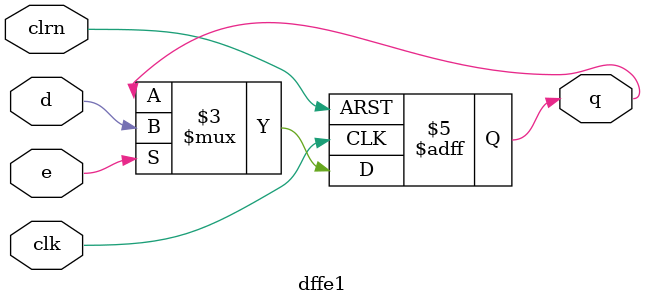
<source format=v>

module dffe1 (d,clk,clrn,e,q);                         // a 32-bit register
    input             d;                                // input d
    input             e;                                // e: enable
    input             clk, clrn;                        // clock and reset
    output reg        q;                                // output q
    always @(negedge clrn or posedge clk)
        if (!clrn)  q <= 0;                             // q = 0 if reset
        else if (e) q <= d;                             // save d if enabled
endmodule

</source>
